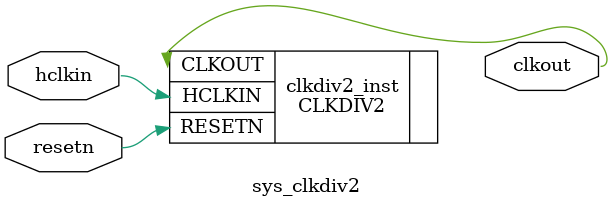
<source format=v>

module sys_clkdiv2 (clkout, hclkin, resetn);

output clkout;
input hclkin;
input resetn;

CLKDIV2 clkdiv2_inst (
    .CLKOUT(clkout),
    .HCLKIN(hclkin),
    .RESETN(resetn)
);

endmodule //sys_clkdiv2

</source>
